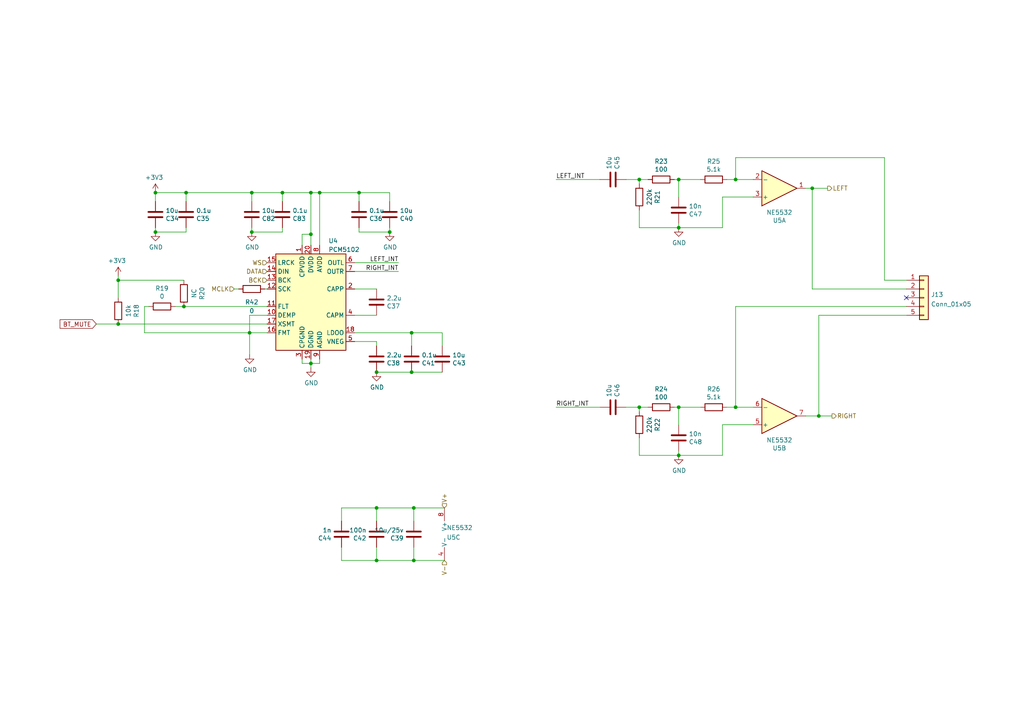
<source format=kicad_sch>
(kicad_sch (version 20211123) (generator eeschema)
  (paper "A4")
  (lib_symbols
    (symbol "Amplifier_Operational:NE5532" (pin_names (offset 0.127))
      (property "Reference" "U" (at 0 5.08 0))
      (property "Value" "NE5532" (at 0 -5.08 0))
      (symbol "NE5532_1_1"
        (polyline (pts (xy -5.08 5.08) (xy 5.08 0) (xy -5.08 -5.08) (xy -5.08 5.08)) (stroke (width 0.254)) (fill (type background)))
        (pin output line (at 7.62 0 180) (length 2.54) (name "~") (number "1"))
        (pin input line (at -7.62 -2.54 0) (length 2.54) (name "-") (number "2"))
        (pin input line (at -7.62 2.54 0) (length 2.54) (name "+") (number "3"))
      )
      (symbol "NE5532_2_1"
        (polyline (pts (xy -5.08 5.08) (xy 5.08 0) (xy -5.08 -5.08) (xy -5.08 5.08)) (stroke (width 0.254)) (fill (type background)))
        (pin input line (at -7.62 2.54 0) (length 2.54) (name "+") (number "5"))
        (pin input line (at -7.62 -2.54 0) (length 2.54) (name "-") (number "6"))
        (pin output line (at 7.62 0 180) (length 2.54) (name "~") (number "7"))
      )
      (symbol "NE5532_3_1"
        (pin power_in line (at -2.54 -7.62 90) (length 3.81) (name "V-") (number "4"))
        (pin power_in line (at -2.54 7.62 270) (length 3.81) (name "V+") (number "8"))
      )
    )
    (symbol "Audio:PCM5102"
      (property "Reference" "U" (at -10.16 13.97 0))
      (property "Value" "PCM5102" (at 3.81 13.97 0))
      (symbol "PCM5102_0_1"
        (rectangle (start -10.16 12.7) (end 10.16 -15.24) (stroke (width 0.254)) (fill (type background)))
      )
      (symbol "PCM5102_1_1"
        (pin passive line (at -2.54 15.24 270) (length 2.54) (name "CPVDD") (number "1"))
        (pin input line (at -12.7 -5.08 0) (length 2.54) (name "DEMP") (number "10"))
        (pin input line (at -12.7 -2.54 0) (length 2.54) (name "FLT") (number "11"))
        (pin input line (at -12.7 2.54 0) (length 2.54) (name "SCK") (number "12"))
        (pin input line (at -12.7 5.08 0) (length 2.54) (name "BCK") (number "13"))
        (pin input line (at -12.7 7.62 0) (length 2.54) (name "DIN") (number "14"))
        (pin input line (at -12.7 10.16 0) (length 2.54) (name "LRCK") (number "15"))
        (pin input line (at -12.7 -10.16 0) (length 2.54) (name "FMT") (number "16"))
        (pin input line (at -12.7 -7.62 0) (length 2.54) (name "XSMT") (number "17"))
        (pin passive line (at 12.7 -10.16 180) (length 2.54) (name "LDOO") (number "18"))
        (pin power_in line (at 0 -17.78 90) (length 2.54) (name "DGND") (number "19"))
        (pin passive line (at 12.7 2.54 180) (length 2.54) (name "CAPP") (number "2"))
        (pin power_in line (at 0 15.24 270) (length 2.54) (name "DVDD") (number "20"))
        (pin power_in line (at -2.54 -17.78 90) (length 2.54) (name "CPGND") (number "3"))
        (pin passive line (at 12.7 -5.08 180) (length 2.54) (name "CAPM") (number "4"))
        (pin passive line (at 12.7 -12.7 180) (length 2.54) (name "VNEG") (number "5"))
        (pin output line (at 12.7 10.16 180) (length 2.54) (name "OUTL") (number "6"))
        (pin output line (at 12.7 7.62 180) (length 2.54) (name "OUTR") (number "7"))
        (pin power_in line (at 2.54 15.24 270) (length 2.54) (name "AVDD") (number "8"))
        (pin power_in line (at 2.54 -17.78 90) (length 2.54) (name "AGND") (number "9"))
      )
    )
    (symbol "Connector_Generic:Conn_01x05" (pin_names (offset 1.016) hide)
      (property "Reference" "J" (at 0 7.62 0))
      (property "Value" "Conn_01x05" (at 0 -7.62 0))
      (symbol "Conn_01x05_1_1"
        (rectangle (start -1.27 -4.953) (end 0 -5.207) (stroke (width 0.1524)))
        (rectangle (start -1.27 -2.413) (end 0 -2.667) (stroke (width 0.1524)))
        (rectangle (start -1.27 0.127) (end 0 -0.127) (stroke (width 0.1524)))
        (rectangle (start -1.27 2.667) (end 0 2.413) (stroke (width 0.1524)))
        (rectangle (start -1.27 5.207) (end 0 4.953) (stroke (width 0.1524)))
        (rectangle (start -1.27 6.35) (end 1.27 -6.35) (stroke (width 0.254)) (fill (type background)))
        (pin passive line (at -5.08 5.08 0) (length 3.81) (name "Pin_1") (number "1"))
        (pin passive line (at -5.08 2.54 0) (length 3.81) (name "Pin_2") (number "2"))
        (pin passive line (at -5.08 0 0) (length 3.81) (name "Pin_3") (number "3"))
        (pin passive line (at -5.08 -2.54 0) (length 3.81) (name "Pin_4") (number "4"))
        (pin passive line (at -5.08 -5.08 0) (length 3.81) (name "Pin_5") (number "5"))
      )
    )
    (symbol "Device:C" (pin_numbers hide) (pin_names (offset 0.254))
      (property "Reference" "C" (at 0.635 2.54 0))
      (property "Value" "C" (at 0.635 -2.54 0))
      (symbol "C_0_1"
        (polyline (pts (xy -2.032 -0.762) (xy 2.032 -0.762)) (stroke (width 0.508)))
        (polyline (pts (xy -2.032 0.762) (xy 2.032 0.762)) (stroke (width 0.508)))
      )
      (symbol "C_1_1"
        (pin passive line (at 0 3.81 270) (length 2.794) (name "~") (number "1"))
        (pin passive line (at 0 -3.81 90) (length 2.794) (name "~") (number "2"))
      )
    )
    (symbol "Device:R" (pin_numbers hide) (pin_names (offset 0))
      (property "Reference" "R" (at 2.032 0 90))
      (property "Value" "R" (at 0 0 90))
      (symbol "R_0_1"
        (rectangle (start -1.016 -2.54) (end 1.016 2.54) (stroke (width 0.254)))
      )
      (symbol "R_1_1"
        (pin passive line (at 0 3.81 270) (length 1.27) (name "~") (number "1"))
        (pin passive line (at 0 -3.81 90) (length 1.27) (name "~") (number "2"))
      )
    )
    (symbol "power:+3.3V" (power) (pin_names (offset 0))
      (property "Value" "+3.3V" (at 0 3.556 0))
      (symbol "+3.3V_0_1"
        (polyline (pts (xy -0.762 1.27) (xy 0 2.54)))
        (polyline (pts (xy 0 0) (xy 0 2.54)))
        (polyline (pts (xy 0 2.54) (xy 0.762 1.27)))
      )
      (symbol "+3.3V_1_1"
        (pin power_in line (at 0 0 90) (length 0) hide (name "+3V3") (number "1"))
      )
    )
    (symbol "power:GND" (power) (pin_names (offset 0))
      (property "Value" "GND" (at 0 -3.81 0))
      (symbol "GND_0_1"
        (polyline (pts (xy 0 0) (xy 0 -1.27) (xy 1.27 -1.27) (xy 0 -2.54) (xy -1.27 -1.27) (xy 0 -1.27)))
      )
      (symbol "GND_1_1"
        (pin power_in line (at 0 0 270) (length 0) hide (name "GND") (number "1"))
      )
    )
  )
  (junction (at 185.42 118.11))
  (junction (at 109.22 162.56))
  (junction (at 90.17 67.945))
  (junction (at 213.36 52.07))
  (junction (at 119.38 107.95))
  (junction (at 81.915 55.88))
  (junction (at 196.85 118.11))
  (junction (at 119.38 96.52))
  (junction (at 92.71 55.88))
  (junction (at 196.85 132.08))
  (junction (at 196.85 66.04))
  (junction (at 196.85 52.07))
  (junction (at 73.025 55.88))
  (junction (at 53.34 88.9))
  (junction (at 120.015 162.56))
  (junction (at 45.085 55.88))
  (junction (at 104.14 55.88))
  (junction (at 109.22 147.32))
  (junction (at 113.03 67.31))
  (junction (at 73.025 67.31))
  (junction (at 235.585 54.61))
  (junction (at 120.015 147.32))
  (junction (at 237.49 120.65))
  (junction (at 34.29 81.28))
  (junction (at 213.36 118.11))
  (junction (at 34.29 93.98))
  (junction (at 53.975 55.88))
  (junction (at 109.22 107.95))
  (junction (at 90.17 55.88))
  (junction (at 90.17 105.41))
  (junction (at 45.085 67.31))
  (junction (at 72.39 96.52))
  (junction (at 185.42 52.07))
  (no_connect (at 262.89 86.36))
  (wire (pts (xy 203.2 118.11) (xy 196.85 118.11)))
  (wire (pts (xy 210.82 52.07) (xy 213.36 52.07)))
  (wire (pts (xy 113.03 67.31) (xy 113.03 66.04)))
  (wire (pts (xy 209.55 123.19) (xy 209.55 132.08)))
  (wire (pts (xy 73.025 67.31) (xy 73.025 66.04)))
  (wire (pts (xy 53.975 66.04) (xy 53.975 67.31)))
  (wire (pts (xy 87.63 105.41) (xy 90.17 105.41)))
  (wire (pts (xy 237.49 120.65) (xy 241.3 120.65)))
  (wire (pts (xy 119.38 96.52) (xy 119.38 100.33)))
  (wire (pts (xy 185.42 118.11) (xy 187.96 118.11)))
  (wire (pts (xy 90.17 67.945) (xy 90.17 71.12)))
  (wire (pts (xy 50.8 88.9) (xy 53.34 88.9)))
  (wire (pts (xy 73.025 55.88) (xy 73.025 58.42)))
  (wire (pts (xy 45.085 67.31) (xy 45.085 66.04)))
  (wire (pts (xy 213.36 88.9) (xy 213.36 118.11)))
  (wire (pts (xy 262.89 91.44) (xy 237.49 91.44)))
  (wire (pts (xy 173.99 52.07) (xy 161.29 52.07)))
  (wire (pts (xy 256.54 45.72) (xy 256.54 81.28)))
  (wire (pts (xy 90.17 55.88) (xy 90.17 67.945)))
  (wire (pts (xy 72.39 96.52) (xy 77.47 96.52)))
  (wire (pts (xy 209.55 123.19) (xy 218.44 123.19)))
  (wire (pts (xy 87.63 104.14) (xy 87.63 105.41)))
  (wire (pts (xy 53.34 88.9) (xy 77.47 88.9)))
  (wire (pts (xy 99.06 147.32) (xy 109.22 147.32)))
  (wire (pts (xy 128.27 100.33) (xy 128.27 96.52)))
  (wire (pts (xy 185.42 127) (xy 185.42 132.08)))
  (wire (pts (xy 109.22 162.56) (xy 120.015 162.56)))
  (wire (pts (xy 77.47 91.44) (xy 72.39 91.44)))
  (wire (pts (xy 233.68 120.65) (xy 237.49 120.65)))
  (wire (pts (xy 72.39 96.52) (xy 72.39 102.87)))
  (wire (pts (xy 209.55 132.08) (xy 196.85 132.08)))
  (wire (pts (xy 99.06 162.56) (xy 109.22 162.56)))
  (wire (pts (xy 90.17 55.88) (xy 92.71 55.88)))
  (wire (pts (xy 195.58 118.11) (xy 196.85 118.11)))
  (wire (pts (xy 90.17 55.88) (xy 81.915 55.88)))
  (wire (pts (xy 120.015 147.32) (xy 128.905 147.32)))
  (wire (pts (xy 41.91 88.9) (xy 43.18 88.9)))
  (wire (pts (xy 235.585 54.61) (xy 240.03 54.61)))
  (wire (pts (xy 67.945 83.82) (xy 69.215 83.82)))
  (wire (pts (xy 213.36 118.11) (xy 218.44 118.11)))
  (wire (pts (xy 120.015 162.56) (xy 128.905 162.56)))
  (wire (pts (xy 109.22 99.06) (xy 102.87 99.06)))
  (wire (pts (xy 185.42 119.38) (xy 185.42 118.11)))
  (wire (pts (xy 73.025 55.88) (xy 53.975 55.88)))
  (wire (pts (xy 45.085 55.88) (xy 45.085 58.42)))
  (wire (pts (xy 195.58 52.07) (xy 196.85 52.07)))
  (wire (pts (xy 196.85 57.15) (xy 196.85 52.07)))
  (wire (pts (xy 104.14 67.31) (xy 113.03 67.31)))
  (wire (pts (xy 120.015 151.13) (xy 120.015 147.32)))
  (wire (pts (xy 53.975 55.88) (xy 45.085 55.88)))
  (wire (pts (xy 87.63 71.12) (xy 87.63 67.945)))
  (wire (pts (xy 102.87 76.2) (xy 115.57 76.2)))
  (wire (pts (xy 104.14 55.88) (xy 113.03 55.88)))
  (wire (pts (xy 27.94 93.98) (xy 34.29 93.98)))
  (wire (pts (xy 196.85 66.04) (xy 196.85 64.77)))
  (wire (pts (xy 34.29 80.01) (xy 34.29 81.28)))
  (wire (pts (xy 34.29 81.28) (xy 34.29 86.36)))
  (wire (pts (xy 196.85 132.08) (xy 196.85 130.81)))
  (wire (pts (xy 173.99 118.11) (xy 161.29 118.11)))
  (wire (pts (xy 181.61 118.11) (xy 185.42 118.11)))
  (wire (pts (xy 213.36 88.9) (xy 262.89 88.9)))
  (wire (pts (xy 104.14 58.42) (xy 104.14 55.88)))
  (wire (pts (xy 209.55 66.04) (xy 196.85 66.04)))
  (wire (pts (xy 235.585 83.82) (xy 235.585 54.61)))
  (wire (pts (xy 102.87 91.44) (xy 109.22 91.44)))
  (wire (pts (xy 109.22 100.33) (xy 109.22 99.06)))
  (wire (pts (xy 185.42 132.08) (xy 196.85 132.08)))
  (wire (pts (xy 185.42 53.34) (xy 185.42 52.07)))
  (wire (pts (xy 109.22 151.13) (xy 109.22 147.32)))
  (wire (pts (xy 128.27 96.52) (xy 119.38 96.52)))
  (wire (pts (xy 181.61 52.07) (xy 185.42 52.07)))
  (wire (pts (xy 213.36 45.72) (xy 213.36 52.07)))
  (wire (pts (xy 185.42 66.04) (xy 196.85 66.04)))
  (wire (pts (xy 213.36 52.07) (xy 218.44 52.07)))
  (wire (pts (xy 90.17 105.41) (xy 92.71 105.41)))
  (wire (pts (xy 120.015 158.75) (xy 120.015 162.56)))
  (wire (pts (xy 109.22 107.95) (xy 119.38 107.95)))
  (wire (pts (xy 34.29 93.98) (xy 77.47 93.98)))
  (wire (pts (xy 233.68 54.61) (xy 235.585 54.61)))
  (wire (pts (xy 237.49 91.44) (xy 237.49 120.65)))
  (wire (pts (xy 53.975 58.42) (xy 53.975 55.88)))
  (wire (pts (xy 109.22 162.56) (xy 109.22 158.75)))
  (wire (pts (xy 81.915 66.04) (xy 81.915 67.31)))
  (wire (pts (xy 185.42 52.07) (xy 187.96 52.07)))
  (wire (pts (xy 72.39 91.44) (xy 72.39 96.52)))
  (wire (pts (xy 92.71 104.14) (xy 92.71 105.41)))
  (wire (pts (xy 185.42 60.96) (xy 185.42 66.04)))
  (wire (pts (xy 119.38 96.52) (xy 102.87 96.52)))
  (wire (pts (xy 90.17 104.14) (xy 90.17 105.41)))
  (wire (pts (xy 92.71 55.88) (xy 92.71 71.12)))
  (wire (pts (xy 92.71 55.88) (xy 104.14 55.88)))
  (wire (pts (xy 196.85 123.19) (xy 196.85 118.11)))
  (wire (pts (xy 109.22 147.32) (xy 120.015 147.32)))
  (wire (pts (xy 256.54 81.28) (xy 262.89 81.28)))
  (wire (pts (xy 119.38 107.95) (xy 128.27 107.95)))
  (wire (pts (xy 41.91 96.52) (xy 72.39 96.52)))
  (wire (pts (xy 81.915 58.42) (xy 81.915 55.88)))
  (wire (pts (xy 87.63 67.945) (xy 90.17 67.945)))
  (wire (pts (xy 81.915 55.88) (xy 73.025 55.88)))
  (wire (pts (xy 41.91 88.9) (xy 41.91 96.52)))
  (wire (pts (xy 209.55 57.15) (xy 209.55 66.04)))
  (wire (pts (xy 76.835 83.82) (xy 77.47 83.82)))
  (wire (pts (xy 102.87 83.82) (xy 109.22 83.82)))
  (wire (pts (xy 213.36 45.72) (xy 256.54 45.72)))
  (wire (pts (xy 90.17 105.41) (xy 90.17 106.68)))
  (wire (pts (xy 99.06 151.13) (xy 99.06 147.32)))
  (wire (pts (xy 81.915 67.31) (xy 73.025 67.31)))
  (wire (pts (xy 53.975 67.31) (xy 45.085 67.31)))
  (wire (pts (xy 34.29 81.28) (xy 53.34 81.28)))
  (wire (pts (xy 262.89 83.82) (xy 235.585 83.82)))
  (wire (pts (xy 102.87 78.74) (xy 115.57 78.74)))
  (wire (pts (xy 113.03 55.88) (xy 113.03 58.42)))
  (wire (pts (xy 104.14 66.04) (xy 104.14 67.31)))
  (wire (pts (xy 99.06 158.75) (xy 99.06 162.56)))
  (wire (pts (xy 209.55 57.15) (xy 218.44 57.15)))
  (wire (pts (xy 203.2 52.07) (xy 196.85 52.07)))
  (wire (pts (xy 210.82 118.11) (xy 213.36 118.11)))
  (label "RIGHT_INT" (at 161.29 118.11 0))
  (label "LEFT_INT" (at 161.29 52.07 0))
  (label "RIGHT_INT" (at 115.57 78.74 180))
  (label "LEFT_INT" (at 115.57 76.2 180))
  (global_label "BT_MUTE" (shape input) (at 27.94 93.98 180) (property "Intersheet References" "${INTERSHEET_REFS}" (effects hide)))
  (hierarchical_label "DATA" (shape input) (at 77.47 78.74 180))
  (hierarchical_label "LEFT" (shape output) (at 240.03 54.61 0))
  (hierarchical_label "RIGHT" (shape output) (at 241.3 120.65 0))
  (hierarchical_label "MCLK" (shape input) (at 67.945 83.82 180))
  (hierarchical_label "V-" (shape input) (at 128.905 162.56 270))
  (hierarchical_label "V+" (shape input) (at 128.905 147.32 90))
  (hierarchical_label "WS" (shape input) (at 77.47 76.2 180))
  (hierarchical_label "BCK" (shape input) (at 77.47 81.28 180))
  (symbol (lib_id "Device:C") (at 53.975 62.23 0) (mirror x) (unit 1)
    (property "Reference" "C35" (at 56.896 63.3984 0) (effects (justify left)))
    (property "Value" "0.1u" (at 56.896 61.087 0) (effects (justify left)))
    (property "Footprint" "Capacitor_SMD:C_0603_1608Metric" (effects hide))
  )
  (symbol (lib_id "Device:C") (at 45.085 62.23 0) (mirror x) (unit 1)
    (property "Reference" "C34" (at 48.006 63.3984 0) (effects (justify left)))
    (property "Value" "10u" (at 48.006 61.087 0) (effects (justify left)))
    (property "Footprint" "Capacitor_SMD:C_0603_1608Metric" (effects hide))
  )
  (symbol (lib_id "Device:C") (at 104.14 62.23 0) (mirror x) (unit 1)
    (property "Reference" "C36" (at 107.061 63.3984 0) (effects (justify left)))
    (property "Value" "0.1u" (at 107.061 61.087 0) (effects (justify left)))
    (property "Footprint" "Capacitor_SMD:C_0603_1608Metric" (effects hide))
  )
  (symbol (lib_id "Device:C") (at 113.03 62.23 0) (mirror x) (unit 1)
    (property "Reference" "C40" (at 115.951 63.3984 0) (effects (justify left)))
    (property "Value" "10u" (at 115.951 61.087 0) (effects (justify left)))
    (property "Footprint" "Capacitor_SMD:C_0603_1608Metric" (effects hide))
  )
  (symbol (lib_id "power:+3.3V") (at 45.085 55.88 0) (mirror y) (unit 1)
    (property "Reference" "#PWR039" (effects hide))
    (property "Value" "+3.3V" (at 44.704 51.4858 0))
  )
  (symbol (lib_id "power:GND") (at 113.03 67.31 0) (unit 1)
    (property "Reference" "#PWR043" (effects hide))
    (property "Value" "GND" (at 113.157 71.7042 0))
  )
  (symbol (lib_id "power:GND") (at 45.085 67.31 0) (unit 1)
    (property "Reference" "#PWR040" (effects hide))
    (property "Value" "GND" (at 45.212 71.7042 0))
  )
  (symbol (lib_id "Amplifier_Operational:NE5532") (at 226.06 54.61 0) (mirror x) (unit 1)
    (property "Reference" "U5" (at 226.06 63.9318 0))
    (property "Value" "NE5532" (at 226.06 61.6204 0))
    (property "Footprint" "Package_SO:SOIC-8_3.9x4.9mm_P1.27mm" (effects hide))
    (property "Datasheet" "http://www.ti.com/lit/ds/symlink/ne5532.pdf" (effects hide))
  )
  (symbol (lib_id "Amplifier_Operational:NE5532") (at 226.06 120.65 0) (mirror x) (unit 2)
    (property "Reference" "U5" (at 226.06 129.9718 0))
    (property "Value" "NE5532" (at 226.06 127.6604 0))
    (property "Footprint" "Package_SO:SOIC-8_3.9x4.9mm_P1.27mm" (effects hide))
    (property "Datasheet" "http://www.ti.com/lit/ds/symlink/ne5532.pdf" (effects hide))
  )
  (symbol (lib_id "Device:R") (at 185.42 57.15 0) (mirror x) (unit 1)
    (property "Reference" "R21" (at 190.6778 57.15 90))
    (property "Value" "220k" (at 188.3664 57.15 90))
    (property "Footprint" "Resistor_SMD:R_0603_1608Metric" (effects hide))
  )
  (symbol (lib_id "Device:R") (at 191.77 52.07 270) (mirror x) (unit 1)
    (property "Reference" "R23" (at 191.77 46.8122 90))
    (property "Value" "100" (at 191.77 49.1236 90))
    (property "Footprint" "Resistor_SMD:R_0603_1608Metric" (effects hide))
  )
  (symbol (lib_id "Device:C") (at 196.85 60.96 0) (mirror x) (unit 1)
    (property "Reference" "C47" (at 199.771 62.1284 0) (effects (justify left)))
    (property "Value" "10n" (at 199.771 59.817 0) (effects (justify left)))
    (property "Footprint" "Capacitor_SMD:C_0603_1608Metric" (effects hide))
  )
  (symbol (lib_id "Device:R") (at 185.42 123.19 0) (mirror x) (unit 1)
    (property "Reference" "R22" (at 190.6778 123.19 90))
    (property "Value" "220k" (at 188.3664 123.19 90))
    (property "Footprint" "Resistor_SMD:R_0603_1608Metric" (effects hide))
  )
  (symbol (lib_id "Device:R") (at 207.01 118.11 270) (mirror x) (unit 1)
    (property "Reference" "R26" (at 207.01 112.8522 90))
    (property "Value" "5.1k" (at 207.01 115.1636 90))
    (property "Footprint" "Resistor_SMD:R_0603_1608Metric" (effects hide))
  )
  (symbol (lib_id "Device:R") (at 191.77 118.11 270) (mirror x) (unit 1)
    (property "Reference" "R24" (at 191.77 112.8522 90))
    (property "Value" "100" (at 191.77 115.1636 90))
    (property "Footprint" "Resistor_SMD:R_0603_1608Metric" (effects hide))
  )
  (symbol (lib_id "Device:C") (at 196.85 127 0) (mirror x) (unit 1)
    (property "Reference" "C48" (at 199.771 128.1684 0) (effects (justify left)))
    (property "Value" "10n" (at 199.771 125.857 0) (effects (justify left)))
    (property "Footprint" "Capacitor_SMD:C_0603_1608Metric" (effects hide))
  )
  (symbol (lib_id "Amplifier_Operational:NE5532") (at 126.365 154.94 0) (mirror y) (unit 3)
    (property "Reference" "U5" (at 129.54 155.8485 0) (effects (justify right)))
    (property "Value" "NE5532" (at 129.54 153.0734 0) (effects (justify right)))
    (property "Footprint" "Package_SO:SOIC-8_3.9x4.9mm_P1.27mm" (effects hide))
    (property "Datasheet" "http://www.ti.com/lit/ds/symlink/ne5532.pdf" (effects hide))
  )
  (symbol (lib_id "power:GND") (at 90.17 106.68 0) (unit 1)
    (property "Reference" "#PWR03" (effects hide))
    (property "Value" "GND" (at 90.297 111.0742 0))
  )
  (symbol (lib_id "Device:C") (at 109.22 87.63 0) (mirror x) (unit 1)
    (property "Reference" "C37" (at 112.141 88.7984 0) (effects (justify left)))
    (property "Value" "2.2u" (at 112.141 86.487 0) (effects (justify left)))
    (property "Footprint" "Capacitor_SMD:C_0603_1608Metric" (effects hide))
  )
  (symbol (lib_id "Device:R") (at 34.29 90.17 0) (unit 1)
    (property "Reference" "R18" (at 39.5478 90.17 90))
    (property "Value" "10k" (at 37.2364 90.17 90))
    (property "Footprint" "Resistor_SMD:R_0603_1608Metric" (effects hide))
  )
  (symbol (lib_id "Device:C") (at 73.025 62.23 0) (mirror x) (unit 1)
    (property "Reference" "C82" (at 75.946 63.3984 0) (effects (justify left)))
    (property "Value" "10u" (at 75.946 61.087 0) (effects (justify left)))
    (property "Footprint" "Capacitor_SMD:C_0603_1608Metric" (effects hide))
  )
  (symbol (lib_id "Device:C") (at 177.8 118.11 270) (mirror x) (unit 1)
    (property "Reference" "C46" (at 178.9684 115.189 0) (effects (justify left)))
    (property "Value" "10u" (at 176.657 115.189 0) (effects (justify left)))
    (property "Footprint" "Capacitor_SMD:C_0603_1608Metric" (effects hide))
  )
  (symbol (lib_id "power:GND") (at 196.85 66.04 0) (unit 1)
    (property "Reference" "#PWR0109" (effects hide))
    (property "Value" "GND" (at 196.977 70.4342 0))
  )
  (symbol (lib_id "Device:R") (at 46.99 88.9 90) (unit 1)
    (property "Reference" "R19" (at 46.99 83.6422 90))
    (property "Value" "0" (at 46.99 85.9536 90))
    (property "Footprint" "Resistor_SMD:R_0603_1608Metric" (effects hide))
  )
  (symbol (lib_id "power:GND") (at 109.22 107.95 0) (unit 1)
    (property "Reference" "#PWR042" (effects hide))
    (property "Value" "GND" (at 109.347 112.3442 0))
  )
  (symbol (lib_id "Device:R") (at 73.025 83.82 270) (unit 1)
    (property "Reference" "R42" (at 73.025 87.63 90))
    (property "Value" "0" (at 73.025 90.17 90))
    (property "Footprint" "Resistor_SMD:R_0603_1608Metric" (effects hide))
  )
  (symbol (lib_id "Device:C") (at 128.27 104.14 0) (mirror x) (unit 1)
    (property "Reference" "C43" (at 131.191 105.3084 0) (effects (justify left)))
    (property "Value" "10u" (at 131.191 102.997 0) (effects (justify left)))
    (property "Footprint" "Capacitor_SMD:C_0603_1608Metric" (effects hide))
  )
  (symbol (lib_id "power:+3.3V") (at 34.29 80.01 0) (mirror y) (unit 1)
    (property "Reference" "#PWR038" (effects hide))
    (property "Value" "+3.3V" (at 33.909 75.6158 0))
  )
  (symbol (lib_id "Device:C") (at 119.38 104.14 0) (mirror x) (unit 1)
    (property "Reference" "C41" (at 122.301 105.3084 0) (effects (justify left)))
    (property "Value" "0.1u" (at 122.301 102.997 0) (effects (justify left)))
    (property "Footprint" "Capacitor_SMD:C_0603_1608Metric" (effects hide))
  )
  (symbol (lib_id "Device:R") (at 207.01 52.07 270) (mirror x) (unit 1)
    (property "Reference" "R25" (at 207.01 46.8122 90))
    (property "Value" "5.1k" (at 207.01 49.1236 90))
    (property "Footprint" "Resistor_SMD:R_0603_1608Metric" (effects hide))
  )
  (symbol (lib_id "Device:C") (at 177.8 52.07 270) (mirror x) (unit 1)
    (property "Reference" "C45" (at 178.9684 49.149 0) (effects (justify left)))
    (property "Value" "10u" (at 176.657 49.149 0) (effects (justify left)))
    (property "Footprint" "Capacitor_SMD:C_0603_1608Metric" (effects hide))
  )
  (symbol (lib_id "Device:C") (at 81.915 62.23 0) (mirror x) (unit 1)
    (property "Reference" "C83" (at 84.836 63.3984 0) (effects (justify left)))
    (property "Value" "0.1u" (at 84.836 61.087 0) (effects (justify left)))
    (property "Footprint" "Capacitor_SMD:C_0603_1608Metric" (effects hide))
  )
  (symbol (lib_id "Connector_Generic:Conn_01x05") (at 267.97 86.36 0) (unit 1)
    (property "Reference" "J13" (at 270.002 85.4515 0) (effects (justify left)))
    (property "Value" "Conn_01x05" (at 270.002 88.2266 0) (effects (justify left)))
    (property "Footprint" "Connector_Harwin:Harwin_M20-89005xx_1x05_P2.54mm_Horizontal" (effects hide))
  )
  (symbol (lib_id "Device:C") (at 109.22 154.94 180) (unit 1)
    (property "Reference" "C42" (at 106.299 156.1084 0) (effects (justify left)))
    (property "Value" "100n" (at 106.299 153.797 0) (effects (justify left)))
    (property "Footprint" "Capacitor_SMD:C_0603_1608Metric" (effects hide))
  )
  (symbol (lib_id "Device:C") (at 99.06 154.94 180) (unit 1)
    (property "Reference" "C44" (at 96.139 156.1084 0) (effects (justify left)))
    (property "Value" "1n" (at 96.139 153.797 0) (effects (justify left)))
    (property "Footprint" "Capacitor_SMD:C_0603_1608Metric" (effects hide))
  )
  (symbol (lib_id "Device:C") (at 120.015 154.94 180) (unit 1)
    (property "Reference" "C39" (at 117.094 156.1084 0) (effects (justify left)))
    (property "Value" "10u/25v" (at 117.094 153.797 0) (effects (justify left)))
    (property "Footprint" "Capacitor_SMD:C_0805_2012Metric" (effects hide))
  )
  (symbol (lib_id "power:GND") (at 72.39 102.87 0) (unit 1)
    (property "Reference" "#PWR041" (effects hide))
    (property "Value" "GND" (at 72.517 107.2642 0))
  )
  (symbol (lib_id "Device:R") (at 53.34 85.09 0) (unit 1)
    (property "Reference" "R20" (at 58.5978 85.09 90))
    (property "Value" "NC" (at 56.2864 85.09 90))
    (property "Footprint" "Resistor_SMD:R_0603_1608Metric" (effects hide))
  )
  (symbol (lib_id "Audio:PCM5102") (at 90.17 86.36 0) (unit 1)
    (property "Reference" "U4" (at 95.25 69.85 0) (effects (justify left)))
    (property "Value" "PCM5102" (at 95.25 72.39 0) (effects (justify left)))
    (property "Footprint" "Package_SO:TSSOP-20_4.4x6.5mm_P0.65mm" (effects hide))
    (property "Datasheet" "http://www.ti.com/lit/ds/symlink/pcm5102.pdf" (effects hide))
  )
  (symbol (lib_id "power:GND") (at 73.025 67.31 0) (unit 1)
    (property "Reference" "#PWR02" (effects hide))
    (property "Value" "GND" (at 73.152 71.7042 0))
  )
  (symbol (lib_id "power:GND") (at 196.85 132.08 0) (unit 1)
    (property "Reference" "#PWR0108" (effects hide))
    (property "Value" "GND" (at 196.977 136.4742 0))
  )
  (symbol (lib_id "Device:C") (at 109.22 104.14 0) (mirror x) (unit 1)
    (property "Reference" "C38" (at 112.141 105.3084 0) (effects (justify left)))
    (property "Value" "2.2u" (at 112.141 102.997 0) (effects (justify left)))
    (property "Footprint" "Capacitor_SMD:C_0603_1608Metric" (effects hide))
  )
)
</source>
